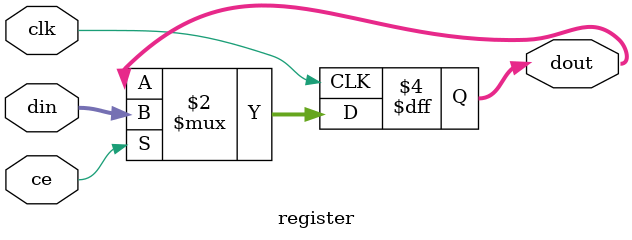
<source format=v>

`timescale 1 ns / 1 ps

module register #
(
  parameter NBITS = 16
)
(
  input wire                      clk,
  input wire                      ce,
  input wire [NBITS-1:0]          din,

  output reg [NBITS-1:0]          dout
  
);
 

 
  always @(posedge clk) begin
    if (ce)
    begin
    dout <= din;

    end
  end

endmodule

</source>
